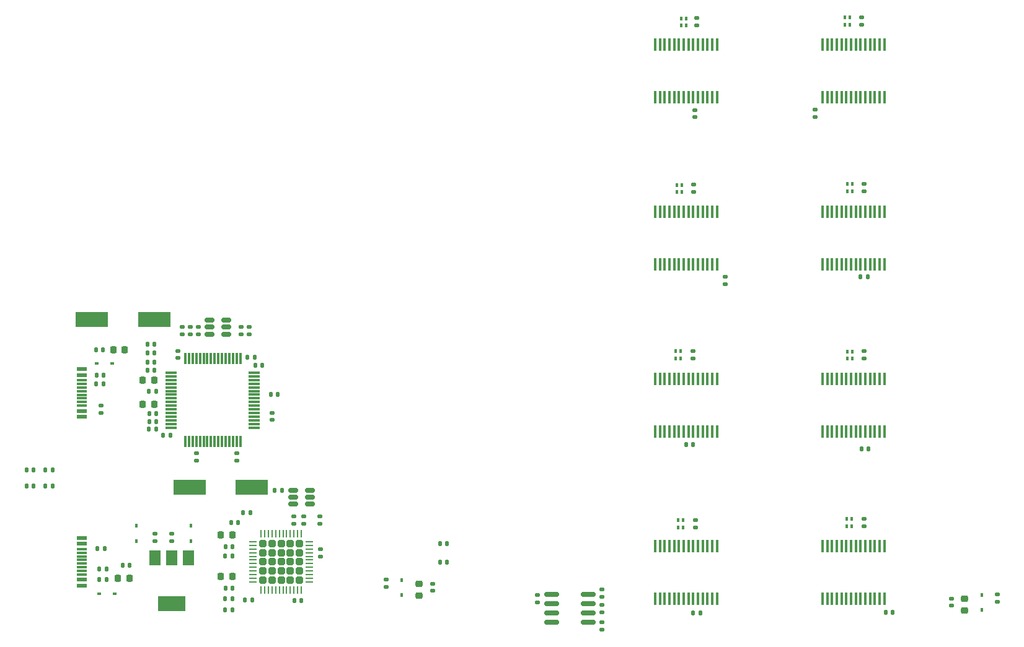
<source format=gtp>
G04 #@! TF.GenerationSoftware,KiCad,Pcbnew,(6.0.7)*
G04 #@! TF.CreationDate,2023-08-05T00:10:51+07:00*
G04 #@! TF.ProjectId,ECELab_v1,4543454c-6162-45f7-9631-2e6b69636164,rev?*
G04 #@! TF.SameCoordinates,Original*
G04 #@! TF.FileFunction,Paste,Top*
G04 #@! TF.FilePolarity,Positive*
%FSLAX46Y46*%
G04 Gerber Fmt 4.6, Leading zero omitted, Abs format (unit mm)*
G04 Created by KiCad (PCBNEW (6.0.7)) date 2023-08-05 00:10:51*
%MOMM*%
%LPD*%
G01*
G04 APERTURE LIST*
G04 Aperture macros list*
%AMRoundRect*
0 Rectangle with rounded corners*
0 $1 Rounding radius*
0 $2 $3 $4 $5 $6 $7 $8 $9 X,Y pos of 4 corners*
0 Add a 4 corners polygon primitive as box body*
4,1,4,$2,$3,$4,$5,$6,$7,$8,$9,$2,$3,0*
0 Add four circle primitives for the rounded corners*
1,1,$1+$1,$2,$3*
1,1,$1+$1,$4,$5*
1,1,$1+$1,$6,$7*
1,1,$1+$1,$8,$9*
0 Add four rect primitives between the rounded corners*
20,1,$1+$1,$2,$3,$4,$5,0*
20,1,$1+$1,$4,$5,$6,$7,0*
20,1,$1+$1,$6,$7,$8,$9,0*
20,1,$1+$1,$8,$9,$2,$3,0*%
G04 Aperture macros list end*
%ADD10RoundRect,0.075000X-0.700000X-0.075000X0.700000X-0.075000X0.700000X0.075000X-0.700000X0.075000X0*%
%ADD11RoundRect,0.075000X-0.075000X-0.700000X0.075000X-0.700000X0.075000X0.700000X-0.075000X0.700000X0*%
%ADD12R,4.500000X2.000000*%
%ADD13RoundRect,0.150000X-0.825000X-0.150000X0.825000X-0.150000X0.825000X0.150000X-0.825000X0.150000X0*%
%ADD14RoundRect,0.150000X0.512500X0.150000X-0.512500X0.150000X-0.512500X-0.150000X0.512500X-0.150000X0*%
%ADD15RoundRect,0.135000X-0.185000X0.135000X-0.185000X-0.135000X0.185000X-0.135000X0.185000X0.135000X0*%
%ADD16RoundRect,0.135000X0.185000X-0.135000X0.185000X0.135000X-0.185000X0.135000X-0.185000X-0.135000X0*%
%ADD17RoundRect,0.135000X-0.135000X-0.185000X0.135000X-0.185000X0.135000X0.185000X-0.135000X0.185000X0*%
%ADD18RoundRect,0.135000X0.135000X0.185000X-0.135000X0.185000X-0.135000X-0.185000X0.135000X-0.185000X0*%
%ADD19R,1.450000X0.600000*%
%ADD20R,1.450000X0.300000*%
%ADD21RoundRect,0.218750X0.218750X0.256250X-0.218750X0.256250X-0.218750X-0.256250X0.218750X-0.256250X0*%
%ADD22RoundRect,0.218750X-0.218750X-0.256250X0.218750X-0.256250X0.218750X0.256250X-0.218750X0.256250X0*%
%ADD23R,0.600000X0.450000*%
%ADD24RoundRect,0.140000X-0.170000X0.140000X-0.170000X-0.140000X0.170000X-0.140000X0.170000X0.140000X0*%
%ADD25RoundRect,0.140000X0.170000X-0.140000X0.170000X0.140000X-0.170000X0.140000X-0.170000X-0.140000X0*%
%ADD26RoundRect,0.140000X-0.140000X-0.170000X0.140000X-0.170000X0.140000X0.170000X-0.140000X0.170000X0*%
%ADD27RoundRect,0.140000X0.140000X0.170000X-0.140000X0.170000X-0.140000X-0.170000X0.140000X-0.170000X0*%
%ADD28R,0.450000X1.750000*%
%ADD29R,0.400000X0.500000*%
%ADD30RoundRect,0.218750X0.256250X-0.218750X0.256250X0.218750X-0.256250X0.218750X-0.256250X-0.218750X0*%
%ADD31RoundRect,0.147500X-0.147500X-0.172500X0.147500X-0.172500X0.147500X0.172500X-0.147500X0.172500X0*%
%ADD32R,1.500000X2.000000*%
%ADD33R,3.800000X2.000000*%
%ADD34R,0.450000X0.600000*%
%ADD35RoundRect,0.250000X-0.250000X-0.250000X0.250000X-0.250000X0.250000X0.250000X-0.250000X0.250000X0*%
%ADD36RoundRect,0.062500X-0.412500X-0.062500X0.412500X-0.062500X0.412500X0.062500X-0.412500X0.062500X0*%
%ADD37RoundRect,0.062500X-0.062500X-0.412500X0.062500X-0.412500X0.062500X0.412500X-0.062500X0.412500X0*%
%ADD38RoundRect,0.150000X-0.512500X-0.150000X0.512500X-0.150000X0.512500X0.150000X-0.512500X0.150000X0*%
G04 APERTURE END LIST*
D10*
X125262000Y-114944200D03*
X125262000Y-115444200D03*
X125262000Y-115944200D03*
X125262000Y-116444200D03*
X125262000Y-116944200D03*
X125262000Y-117444200D03*
X125262000Y-117944200D03*
X125262000Y-118444200D03*
X125262000Y-118944200D03*
X125262000Y-119444200D03*
X125262000Y-119944200D03*
X125262000Y-120444200D03*
X125262000Y-120944200D03*
X125262000Y-121444200D03*
X125262000Y-121944200D03*
X125262000Y-122444200D03*
D11*
X127187000Y-124369200D03*
X127687000Y-124369200D03*
X128187000Y-124369200D03*
X128687000Y-124369200D03*
X129187000Y-124369200D03*
X129687000Y-124369200D03*
X130187000Y-124369200D03*
X130687000Y-124369200D03*
X131187000Y-124369200D03*
X131687000Y-124369200D03*
X132187000Y-124369200D03*
X132687000Y-124369200D03*
X133187000Y-124369200D03*
X133687000Y-124369200D03*
X134187000Y-124369200D03*
X134687000Y-124369200D03*
D10*
X136612000Y-122444200D03*
X136612000Y-121944200D03*
X136612000Y-121444200D03*
X136612000Y-120944200D03*
X136612000Y-120444200D03*
X136612000Y-119944200D03*
X136612000Y-119444200D03*
X136612000Y-118944200D03*
X136612000Y-118444200D03*
X136612000Y-117944200D03*
X136612000Y-117444200D03*
X136612000Y-116944200D03*
X136612000Y-116444200D03*
X136612000Y-115944200D03*
X136612000Y-115444200D03*
X136612000Y-114944200D03*
D11*
X134687000Y-113019200D03*
X134187000Y-113019200D03*
X133687000Y-113019200D03*
X133187000Y-113019200D03*
X132687000Y-113019200D03*
X132187000Y-113019200D03*
X131687000Y-113019200D03*
X131187000Y-113019200D03*
X130687000Y-113019200D03*
X130187000Y-113019200D03*
X129687000Y-113019200D03*
X129187000Y-113019200D03*
X128687000Y-113019200D03*
X128187000Y-113019200D03*
X127687000Y-113019200D03*
X127187000Y-113019200D03*
D12*
X114444200Y-107696000D03*
X122944200Y-107696000D03*
D13*
X182180000Y-145288000D03*
X182180000Y-146558000D03*
X182180000Y-147828000D03*
X182180000Y-149098000D03*
X177230000Y-149098000D03*
X177230000Y-147828000D03*
X177230000Y-146558000D03*
X177230000Y-145288000D03*
D14*
X132734900Y-109662000D03*
X132734900Y-108712000D03*
X132734900Y-107762000D03*
X130459900Y-107762000D03*
X130459900Y-108712000D03*
X130459900Y-109662000D03*
D15*
X184124600Y-147677600D03*
X184124600Y-146657600D03*
X184124600Y-145620200D03*
X184124600Y-144600200D03*
D16*
X134797800Y-108633800D03*
X134797800Y-109653800D03*
X115671600Y-120474200D03*
X115671600Y-119454200D03*
D17*
X115034600Y-116459000D03*
X116054600Y-116459000D03*
D16*
X128930400Y-109704600D03*
X128930400Y-108684600D03*
X127838200Y-109704600D03*
X127838200Y-108684600D03*
D15*
X135940800Y-109653800D03*
X135940800Y-108633800D03*
D18*
X122222800Y-122682000D03*
X123242800Y-122682000D03*
X123242800Y-117449600D03*
X122222800Y-117449600D03*
D19*
X113061800Y-114453600D03*
X113061800Y-115253600D03*
D20*
X113061800Y-116453600D03*
X113061800Y-117453600D03*
X113061800Y-117953600D03*
X113061800Y-118953600D03*
D19*
X113061800Y-120153600D03*
X113061800Y-120953600D03*
X113061800Y-120953600D03*
X113061800Y-120153600D03*
D20*
X113061800Y-119453600D03*
X113061800Y-118453600D03*
X113061800Y-116953600D03*
X113061800Y-115953600D03*
D19*
X113061800Y-115253600D03*
X113061800Y-114453600D03*
D21*
X117347900Y-111836200D03*
X118922900Y-111836200D03*
D22*
X121386500Y-119227600D03*
X122961500Y-119227600D03*
X121386500Y-115951000D03*
X122961500Y-115951000D03*
D23*
X115078800Y-113665000D03*
X117178800Y-113665000D03*
D24*
X184048400Y-150060600D03*
X184048400Y-149100600D03*
D25*
X175310800Y-145366800D03*
X175310800Y-146326800D03*
X126796800Y-108714600D03*
X126796800Y-109674600D03*
D26*
X122958800Y-111048800D03*
X121998800Y-111048800D03*
X121998800Y-112268000D03*
X122958800Y-112268000D03*
D27*
X114988400Y-111836200D03*
X115948400Y-111836200D03*
D26*
X115064600Y-115239800D03*
X116024600Y-115239800D03*
D27*
X123212800Y-121589800D03*
X122252800Y-121589800D03*
X123212800Y-120548400D03*
X122252800Y-120548400D03*
X121998800Y-113512600D03*
X122958800Y-113512600D03*
X121998800Y-114630200D03*
X122958800Y-114630200D03*
D26*
X135689400Y-112801400D03*
X136649400Y-112801400D03*
D27*
X125117800Y-123469400D03*
X124157800Y-123469400D03*
D24*
X139039600Y-121409400D03*
X139039600Y-120449400D03*
D25*
X126136400Y-112923200D03*
X126136400Y-111963200D03*
D26*
X136756200Y-113893600D03*
X137716200Y-113893600D03*
X138864400Y-117932200D03*
X139824400Y-117932200D03*
D24*
X134188200Y-125961200D03*
X134188200Y-126921200D03*
X128701800Y-125963800D03*
X128701800Y-126923800D03*
D28*
X191355000Y-100120000D03*
X192005000Y-100120000D03*
X192655000Y-100120000D03*
X193305000Y-100120000D03*
X193955000Y-100120000D03*
X194605000Y-100120000D03*
X195255000Y-100120000D03*
X195905000Y-100120000D03*
X196555000Y-100120000D03*
X197205000Y-100120000D03*
X197855000Y-100120000D03*
X198505000Y-100120000D03*
X199155000Y-100120000D03*
X199805000Y-100120000D03*
X199805000Y-92920000D03*
X199155000Y-92920000D03*
X198505000Y-92920000D03*
X197855000Y-92920000D03*
X197205000Y-92920000D03*
X196555000Y-92920000D03*
X195905000Y-92920000D03*
X195255000Y-92920000D03*
X194605000Y-92920000D03*
X193955000Y-92920000D03*
X193305000Y-92920000D03*
X192655000Y-92920000D03*
X192005000Y-92920000D03*
X191355000Y-92920000D03*
D15*
X219550000Y-66340000D03*
X219550000Y-67360000D03*
X196850000Y-135100600D03*
X196850000Y-136120600D03*
D24*
X143348400Y-134603800D03*
X143348400Y-135563800D03*
D25*
X125339800Y-137951400D03*
X125339800Y-136991400D03*
D24*
X154609800Y-143258700D03*
X154609800Y-144218700D03*
D29*
X217531200Y-135932800D03*
X218231200Y-135932800D03*
X218231200Y-134932800D03*
X217531200Y-134932800D03*
D27*
X136056000Y-134067800D03*
X135096000Y-134067800D03*
X119571400Y-141306800D03*
X118611400Y-141306800D03*
D17*
X132627600Y-145828000D03*
X133647600Y-145828000D03*
D30*
X233654600Y-147421700D03*
X233654600Y-145846700D03*
D26*
X133445000Y-135439400D03*
X134405000Y-135439400D03*
D28*
X191355000Y-77260000D03*
X192005000Y-77260000D03*
X192655000Y-77260000D03*
X193305000Y-77260000D03*
X193955000Y-77260000D03*
X194605000Y-77260000D03*
X195255000Y-77260000D03*
X195905000Y-77260000D03*
X196555000Y-77260000D03*
X197205000Y-77260000D03*
X197855000Y-77260000D03*
X198505000Y-77260000D03*
X199155000Y-77260000D03*
X199805000Y-77260000D03*
X199805000Y-70060000D03*
X199155000Y-70060000D03*
X198505000Y-70060000D03*
X197855000Y-70060000D03*
X197205000Y-70060000D03*
X196555000Y-70060000D03*
X195905000Y-70060000D03*
X195255000Y-70060000D03*
X194605000Y-70060000D03*
X193955000Y-70060000D03*
X193305000Y-70060000D03*
X192655000Y-70060000D03*
X192005000Y-70060000D03*
X191355000Y-70060000D03*
D18*
X116426400Y-141814800D03*
X115406400Y-141814800D03*
D29*
X194925000Y-67475000D03*
X195625000Y-67475000D03*
X195625000Y-66475000D03*
X194925000Y-66475000D03*
D22*
X117999100Y-143008600D03*
X119574100Y-143008600D03*
D28*
X191355000Y-122980000D03*
X192005000Y-122980000D03*
X192655000Y-122980000D03*
X193305000Y-122980000D03*
X193955000Y-122980000D03*
X194605000Y-122980000D03*
X195255000Y-122980000D03*
X195905000Y-122980000D03*
X196555000Y-122980000D03*
X197205000Y-122980000D03*
X197855000Y-122980000D03*
X198505000Y-122980000D03*
X199155000Y-122980000D03*
X199805000Y-122980000D03*
X199805000Y-115780000D03*
X199155000Y-115780000D03*
X198505000Y-115780000D03*
X197855000Y-115780000D03*
X197205000Y-115780000D03*
X196555000Y-115780000D03*
X195905000Y-115780000D03*
X195255000Y-115780000D03*
X194605000Y-115780000D03*
X193955000Y-115780000D03*
X193305000Y-115780000D03*
X192655000Y-115780000D03*
X192005000Y-115780000D03*
X191355000Y-115780000D03*
D15*
X196550800Y-111978600D03*
X196550800Y-112998600D03*
D27*
X133619600Y-144431000D03*
X132659600Y-144431000D03*
D26*
X135331400Y-146043200D03*
X136291400Y-146043200D03*
D28*
X214215000Y-145840000D03*
X214865000Y-145840000D03*
X215515000Y-145840000D03*
X216165000Y-145840000D03*
X216815000Y-145840000D03*
X217465000Y-145840000D03*
X218115000Y-145840000D03*
X218765000Y-145840000D03*
X219415000Y-145840000D03*
X220065000Y-145840000D03*
X220715000Y-145840000D03*
X221365000Y-145840000D03*
X222015000Y-145840000D03*
X222665000Y-145840000D03*
X222665000Y-138640000D03*
X222015000Y-138640000D03*
X221365000Y-138640000D03*
X220715000Y-138640000D03*
X220065000Y-138640000D03*
X219415000Y-138640000D03*
X218765000Y-138640000D03*
X218115000Y-138640000D03*
X217465000Y-138640000D03*
X216815000Y-138640000D03*
X216165000Y-138640000D03*
X215515000Y-138640000D03*
X214865000Y-138640000D03*
X214215000Y-138640000D03*
D29*
X217582000Y-113022000D03*
X218282000Y-113022000D03*
X218282000Y-112022000D03*
X217582000Y-112022000D03*
D15*
X219938600Y-112012000D03*
X219938600Y-113032000D03*
D26*
X161978400Y-138303000D03*
X162938400Y-138303000D03*
D29*
X217275000Y-67350000D03*
X217975000Y-67350000D03*
X217975000Y-66350000D03*
X217275000Y-66350000D03*
D31*
X105506800Y-128193800D03*
X106476800Y-128193800D03*
D32*
X127639800Y-140214200D03*
X125339800Y-140214200D03*
D33*
X125339800Y-146514200D03*
D32*
X123039800Y-140214200D03*
D22*
X132047300Y-137115800D03*
X133622300Y-137115800D03*
D24*
X200925000Y-101845000D03*
X200925000Y-102805000D03*
D23*
X115450600Y-145142200D03*
X117550600Y-145142200D03*
D15*
X145685200Y-139044200D03*
X145685200Y-140064200D03*
D24*
X231800400Y-145849400D03*
X231800400Y-146809400D03*
D17*
X132602200Y-147402800D03*
X133622200Y-147402800D03*
D27*
X197505000Y-147775000D03*
X196545000Y-147775000D03*
D19*
X113026000Y-137548800D03*
X113026000Y-138348800D03*
D20*
X113026000Y-139548800D03*
X113026000Y-140548800D03*
X113026000Y-141048800D03*
X113026000Y-142048800D03*
D19*
X113026000Y-143248800D03*
X113026000Y-144048800D03*
X113026000Y-144048800D03*
X113026000Y-143248800D03*
D20*
X113026000Y-142548800D03*
X113026000Y-141548800D03*
X113026000Y-140048800D03*
X113026000Y-139048800D03*
D19*
X113026000Y-138348800D03*
X113026000Y-137548800D03*
D28*
X214215000Y-100120000D03*
X214865000Y-100120000D03*
X215515000Y-100120000D03*
X216165000Y-100120000D03*
X216815000Y-100120000D03*
X217465000Y-100120000D03*
X218115000Y-100120000D03*
X218765000Y-100120000D03*
X219415000Y-100120000D03*
X220065000Y-100120000D03*
X220715000Y-100120000D03*
X221365000Y-100120000D03*
X222015000Y-100120000D03*
X222665000Y-100120000D03*
X222665000Y-92920000D03*
X222015000Y-92920000D03*
X221365000Y-92920000D03*
X220715000Y-92920000D03*
X220065000Y-92920000D03*
X219415000Y-92920000D03*
X218765000Y-92920000D03*
X218115000Y-92920000D03*
X217465000Y-92920000D03*
X216815000Y-92920000D03*
X216165000Y-92920000D03*
X215515000Y-92920000D03*
X214865000Y-92920000D03*
X214215000Y-92920000D03*
D34*
X156750800Y-145377000D03*
X156750800Y-143277000D03*
D26*
X161978400Y-140843000D03*
X162938400Y-140843000D03*
D35*
X142755000Y-139558800D03*
X141515000Y-139558800D03*
X139035000Y-138318800D03*
X141515000Y-140798800D03*
X141515000Y-143278800D03*
X142755000Y-138318800D03*
X137795000Y-139558800D03*
X140275000Y-138318800D03*
X139035000Y-143278800D03*
X140275000Y-139558800D03*
X137795000Y-143278800D03*
X137795000Y-142038800D03*
X141515000Y-142038800D03*
X139035000Y-142038800D03*
X142755000Y-142038800D03*
X142755000Y-143278800D03*
X137795000Y-140798800D03*
X140275000Y-140798800D03*
X139035000Y-140798800D03*
X142755000Y-140798800D03*
X137795000Y-138318800D03*
X139035000Y-139558800D03*
X141515000Y-138318800D03*
X140275000Y-142038800D03*
X140275000Y-143278800D03*
D36*
X136400000Y-138048800D03*
X136400000Y-138548800D03*
X136400000Y-139048800D03*
X136400000Y-139548800D03*
X136400000Y-140048800D03*
X136400000Y-140548800D03*
X136400000Y-141048800D03*
X136400000Y-141548800D03*
X136400000Y-142048800D03*
X136400000Y-142548800D03*
X136400000Y-143048800D03*
X136400000Y-143548800D03*
D37*
X137525000Y-144673800D03*
X138025000Y-144673800D03*
X138525000Y-144673800D03*
X139025000Y-144673800D03*
X139525000Y-144673800D03*
X140025000Y-144673800D03*
X140525000Y-144673800D03*
X141025000Y-144673800D03*
X141525000Y-144673800D03*
X142025000Y-144673800D03*
X142525000Y-144673800D03*
X143025000Y-144673800D03*
D36*
X144150000Y-143548800D03*
X144150000Y-143048800D03*
X144150000Y-142548800D03*
X144150000Y-142048800D03*
X144150000Y-141548800D03*
X144150000Y-141048800D03*
X144150000Y-140548800D03*
X144150000Y-140048800D03*
X144150000Y-139548800D03*
X144150000Y-139048800D03*
X144150000Y-138548800D03*
X144150000Y-138048800D03*
D37*
X143025000Y-136923800D03*
X142525000Y-136923800D03*
X142025000Y-136923800D03*
X141525000Y-136923800D03*
X141025000Y-136923800D03*
X140525000Y-136923800D03*
X140025000Y-136923800D03*
X139525000Y-136923800D03*
X139025000Y-136923800D03*
X138525000Y-136923800D03*
X138025000Y-136923800D03*
X137525000Y-136923800D03*
D27*
X133619600Y-138690600D03*
X132659600Y-138690600D03*
D28*
X191355000Y-145840000D03*
X192005000Y-145840000D03*
X192655000Y-145840000D03*
X193305000Y-145840000D03*
X193955000Y-145840000D03*
X194605000Y-145840000D03*
X195255000Y-145840000D03*
X195905000Y-145840000D03*
X196555000Y-145840000D03*
X197205000Y-145840000D03*
X197855000Y-145840000D03*
X198505000Y-145840000D03*
X199155000Y-145840000D03*
X199805000Y-145840000D03*
X199805000Y-138640000D03*
X199155000Y-138640000D03*
X198505000Y-138640000D03*
X197855000Y-138640000D03*
X197205000Y-138640000D03*
X196555000Y-138640000D03*
X195905000Y-138640000D03*
X195255000Y-138640000D03*
X194605000Y-138640000D03*
X193955000Y-138640000D03*
X193305000Y-138640000D03*
X192655000Y-138640000D03*
X192005000Y-138640000D03*
X191355000Y-138640000D03*
D12*
X136261400Y-130593200D03*
X127761400Y-130593200D03*
D25*
X142027600Y-135563800D03*
X142027600Y-134603800D03*
X213200000Y-79955000D03*
X213200000Y-78995000D03*
D34*
X127930600Y-135862600D03*
X127930600Y-137962600D03*
D25*
X123053800Y-137951400D03*
X123053800Y-136991400D03*
D27*
X143015600Y-146082000D03*
X142055600Y-146082000D03*
D38*
X141923900Y-131018200D03*
X141923900Y-131968200D03*
X141923900Y-132918200D03*
X144198900Y-132918200D03*
X144198900Y-131968200D03*
X144198900Y-131018200D03*
D28*
X214215000Y-122980000D03*
X214865000Y-122980000D03*
X215515000Y-122980000D03*
X216165000Y-122980000D03*
X216815000Y-122980000D03*
X217465000Y-122980000D03*
X218115000Y-122980000D03*
X218765000Y-122980000D03*
X219415000Y-122980000D03*
X220065000Y-122980000D03*
X220715000Y-122980000D03*
X221365000Y-122980000D03*
X222015000Y-122980000D03*
X222665000Y-122980000D03*
X222665000Y-115780000D03*
X222015000Y-115780000D03*
X221365000Y-115780000D03*
X220715000Y-115780000D03*
X220065000Y-115780000D03*
X219415000Y-115780000D03*
X218765000Y-115780000D03*
X218115000Y-115780000D03*
X217465000Y-115780000D03*
X216815000Y-115780000D03*
X216165000Y-115780000D03*
X215515000Y-115780000D03*
X214865000Y-115780000D03*
X214215000Y-115780000D03*
D24*
X145567400Y-134603800D03*
X145567400Y-135563800D03*
X238125000Y-145290600D03*
X238125000Y-146250600D03*
D27*
X220380000Y-101850000D03*
X219420000Y-101850000D03*
D26*
X115436400Y-143237200D03*
X116396400Y-143237200D03*
D30*
X159080200Y-145389800D03*
X159080200Y-143814800D03*
D22*
X132045300Y-142754600D03*
X133620300Y-142754600D03*
D18*
X133649600Y-140036800D03*
X132629600Y-140036800D03*
D29*
X194168800Y-112988600D03*
X194868800Y-112988600D03*
X194868800Y-111988600D03*
X194168800Y-111988600D03*
D18*
X109060100Y-130454400D03*
X108040100Y-130454400D03*
D27*
X223780000Y-147725000D03*
X222820000Y-147725000D03*
D26*
X195595000Y-124775000D03*
X196555000Y-124775000D03*
D18*
X109069600Y-128193800D03*
X108049600Y-128193800D03*
D34*
X236016800Y-147404800D03*
X236016800Y-145304800D03*
D15*
X219862400Y-134922800D03*
X219862400Y-135942800D03*
D29*
X194300000Y-90250000D03*
X195000000Y-90250000D03*
X195000000Y-89250000D03*
X194300000Y-89250000D03*
D34*
X120539200Y-137962600D03*
X120539200Y-135862600D03*
D15*
X197050000Y-66465000D03*
X197050000Y-67485000D03*
D29*
X194493400Y-136110600D03*
X195193400Y-136110600D03*
X195193400Y-135110600D03*
X194493400Y-135110600D03*
D15*
X196625000Y-89240000D03*
X196625000Y-90260000D03*
D25*
X196825000Y-80005000D03*
X196825000Y-79045000D03*
D17*
X115203200Y-138944600D03*
X116223200Y-138944600D03*
D18*
X140371400Y-131018200D03*
X139351400Y-131018200D03*
D31*
X105499700Y-130454400D03*
X106469700Y-130454400D03*
D29*
X217575000Y-90100000D03*
X218275000Y-90100000D03*
X218275000Y-89100000D03*
X217575000Y-89100000D03*
D15*
X219900000Y-89090000D03*
X219900000Y-90110000D03*
D24*
X160934400Y-143817500D03*
X160934400Y-144777500D03*
D28*
X214215000Y-77260000D03*
X214865000Y-77260000D03*
X215515000Y-77260000D03*
X216165000Y-77260000D03*
X216815000Y-77260000D03*
X217465000Y-77260000D03*
X218115000Y-77260000D03*
X218765000Y-77260000D03*
X219415000Y-77260000D03*
X220065000Y-77260000D03*
X220715000Y-77260000D03*
X221365000Y-77260000D03*
X222015000Y-77260000D03*
X222665000Y-77260000D03*
X222665000Y-70060000D03*
X222015000Y-70060000D03*
X221365000Y-70060000D03*
X220715000Y-70060000D03*
X220065000Y-70060000D03*
X219415000Y-70060000D03*
X218765000Y-70060000D03*
X218115000Y-70060000D03*
X217465000Y-70060000D03*
X216815000Y-70060000D03*
X216165000Y-70060000D03*
X215515000Y-70060000D03*
X214865000Y-70060000D03*
X214215000Y-70060000D03*
D27*
X220480000Y-125375000D03*
X219520000Y-125375000D03*
M02*

</source>
